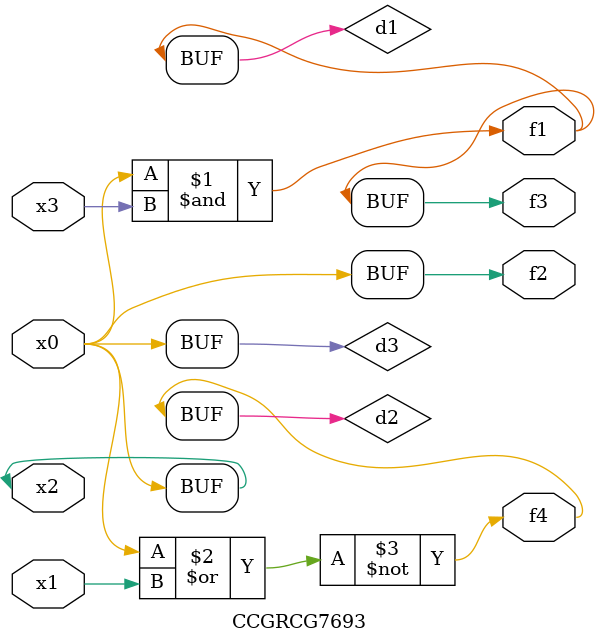
<source format=v>
module CCGRCG7693(
	input x0, x1, x2, x3,
	output f1, f2, f3, f4
);

	wire d1, d2, d3;

	and (d1, x2, x3);
	nor (d2, x0, x1);
	buf (d3, x0, x2);
	assign f1 = d1;
	assign f2 = d3;
	assign f3 = d1;
	assign f4 = d2;
endmodule

</source>
